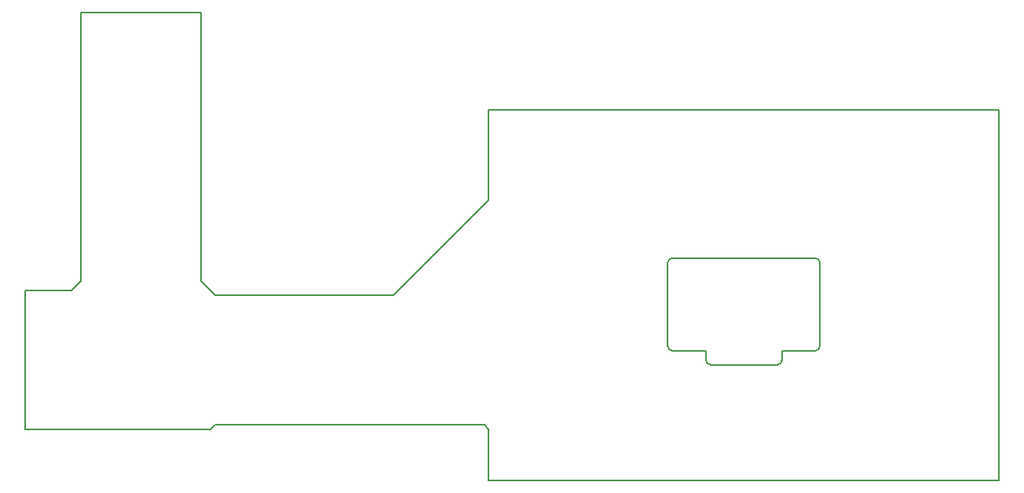
<source format=gbr>
G04 start of page 6 for group 4 idx 5 *
G04 Title: IDEF-X, outline *
G04 Creator: pcb 1.99z *
G04 CreationDate: Mi 20 Jan 2016 16:51:44 GMT UTC *
G04 For: stephan *
G04 Format: Gerber/RS-274X *
G04 PCB-Dimensions (mil): 7874.02 3937.01 *
G04 PCB-Coordinate-Origin: lower left *
%MOIN*%
%FSLAX25Y25*%
%LNOUTLINE*%
%ADD51C,0.0059*%
G54D51*X738189Y39370D02*X521654D01*
Y196850D02*X738189D01*
X599606Y133858D02*X660236D01*
X597638Y96457D02*Y131890D01*
X738189Y196850D02*Y39370D01*
X662205Y131890D02*Y96457D01*
X660236Y94488D02*X646063D01*
Y90551D01*
X644094Y88583D02*X615748D01*
X613780Y90551D02*Y94488D01*
X599606D01*
X521654Y39370D02*Y61024D01*
X519685Y62992D01*
X405512Y118110D02*X481299D01*
X521654Y158465D02*Y196850D01*
X481299Y118110D02*X521654Y158465D01*
X519685Y62992D02*X405512D01*
X399606Y124016D02*Y238189D01*
X348425D02*X399606D01*
X405512Y118110D02*X399606Y124016D01*
X344488Y120079D02*X348425Y124016D01*
X403543Y61024D02*X324803D01*
X405512Y62992D02*X403543Y61024D01*
X324803D02*Y120079D01*
X344488D01*
X348425Y124016D02*Y238189D01*
X597638Y131890D02*G75*G02X599606Y133858I1969J0D01*G01*
X660236D02*G75*G02X662205Y131890I0J-1969D01*G01*
Y96457D02*G75*G02X660236Y94488I-1969J0D01*G01*
X646063Y90551D02*G75*G02X644094Y88583I-1969J0D01*G01*
X613780Y90551D02*G75*G03X615748Y88583I1969J0D01*G01*
X597638Y96457D02*G75*G03X599606Y94488I1969J0D01*G01*
M02*

</source>
